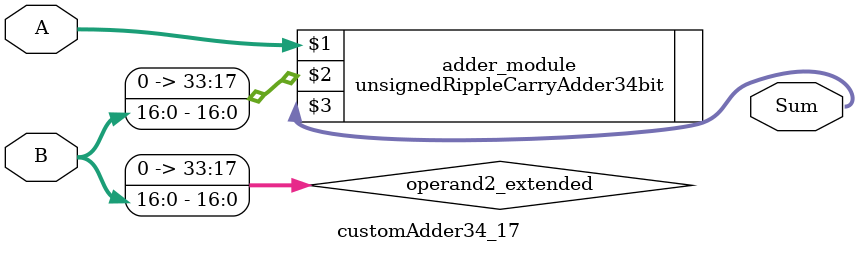
<source format=v>
module customAdder34_17(
                        input [33 : 0] A,
                        input [16 : 0] B,
                        
                        output [34 : 0] Sum
                );

        wire [33 : 0] operand2_extended;
        
        assign operand2_extended =  {17'b0, B};
        
        unsignedRippleCarryAdder34bit adder_module(
            A,
            operand2_extended,
            Sum
        );
        
        endmodule
        
</source>
